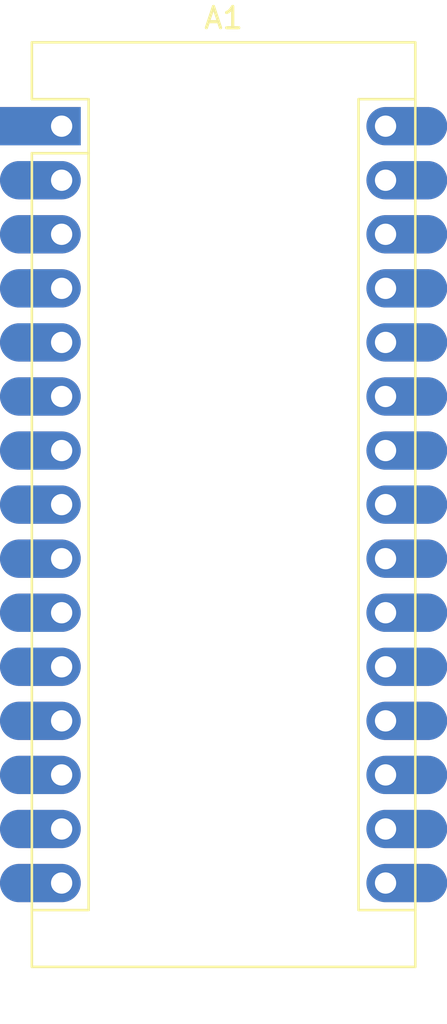
<source format=kicad_pcb>
(kicad_pcb (version 20171130) (host pcbnew "(5.1.9-0-10_14)")

  (general
    (thickness 1.6)
    (drawings 0)
    (tracks 0)
    (zones 0)
    (modules 1)
    (nets 2)
  )

  (page A4)
  (layers
    (0 F.Cu signal)
    (31 B.Cu signal)
    (32 B.Adhes user)
    (33 F.Adhes user)
    (34 B.Paste user)
    (35 F.Paste user)
    (36 B.SilkS user)
    (37 F.SilkS user)
    (38 B.Mask user)
    (39 F.Mask user)
    (40 Dwgs.User user)
    (41 Cmts.User user)
    (42 Eco1.User user)
    (43 Eco2.User user)
    (44 Edge.Cuts user)
    (45 Margin user)
    (46 B.CrtYd user)
    (47 F.CrtYd user)
    (48 B.Fab user)
    (49 F.Fab user)
  )

  (setup
    (last_trace_width 0.25)
    (trace_clearance 0.2)
    (zone_clearance 0.508)
    (zone_45_only no)
    (trace_min 0.2)
    (via_size 0.8)
    (via_drill 0.4)
    (via_min_size 0.4)
    (via_min_drill 0.3)
    (uvia_size 0.3)
    (uvia_drill 0.1)
    (uvias_allowed no)
    (uvia_min_size 0.2)
    (uvia_min_drill 0.1)
    (edge_width 0.05)
    (segment_width 0.2)
    (pcb_text_width 0.3)
    (pcb_text_size 1.5 1.5)
    (mod_edge_width 0.12)
    (mod_text_size 1 1)
    (mod_text_width 0.15)
    (pad_size 1.524 1.524)
    (pad_drill 0.762)
    (pad_to_mask_clearance 0)
    (aux_axis_origin 0 0)
    (visible_elements FFFFFF7F)
    (pcbplotparams
      (layerselection 0x010fc_ffffffff)
      (usegerberextensions false)
      (usegerberattributes true)
      (usegerberadvancedattributes true)
      (creategerberjobfile true)
      (excludeedgelayer true)
      (linewidth 0.100000)
      (plotframeref false)
      (viasonmask false)
      (mode 1)
      (useauxorigin false)
      (hpglpennumber 1)
      (hpglpenspeed 20)
      (hpglpendiameter 15.000000)
      (psnegative false)
      (psa4output false)
      (plotreference true)
      (plotvalue true)
      (plotinvisibletext false)
      (padsonsilk false)
      (subtractmaskfromsilk false)
      (outputformat 1)
      (mirror false)
      (drillshape 1)
      (scaleselection 1)
      (outputdirectory ""))
  )

  (net 0 "")
  (net 1 "Net-(A1-Pad29)")

  (net_class Default "This is the default net class."
    (clearance 0.2)
    (trace_width 0.25)
    (via_dia 0.8)
    (via_drill 0.4)
    (uvia_dia 0.3)
    (uvia_drill 0.1)
    (add_net "Net-(A1-Pad29)")
  )

  (module Module:Arduino_Nano_Castellated (layer F.Cu) (tedit 63E09EB8) (tstamp 63E10263)
    (at 95.5 42.5)
    (descr "Arduino Nano, http://www.mouser.com/pdfdocs/Gravitech_Arduino_Nano3_0.pdf")
    (tags "Arduino Nano")
    (path /63E0926D)
    (fp_text reference A1 (at 7.62 -5.08) (layer F.SilkS)
      (effects (font (size 1 1) (thickness 0.15)))
    )
    (fp_text value Arduino_Nano_Every (at 8.89 19.05 90) (layer F.Fab)
      (effects (font (size 1 1) (thickness 0.15)))
    )
    (fp_line (start 1.27 1.27) (end 1.27 -1.27) (layer F.SilkS) (width 0.12))
    (fp_line (start 1.27 -1.27) (end -1.4 -1.27) (layer F.SilkS) (width 0.12))
    (fp_line (start -1.4 1.27) (end -1.4 39.5) (layer F.SilkS) (width 0.12))
    (fp_line (start -1.4 -3.94) (end -1.4 -1.27) (layer F.SilkS) (width 0.12))
    (fp_line (start 13.97 -1.27) (end 16.64 -1.27) (layer F.SilkS) (width 0.12))
    (fp_line (start 13.97 -1.27) (end 13.97 36.83) (layer F.SilkS) (width 0.12))
    (fp_line (start 13.97 36.83) (end 16.64 36.83) (layer F.SilkS) (width 0.12))
    (fp_line (start 1.27 1.27) (end -1.4 1.27) (layer F.SilkS) (width 0.12))
    (fp_line (start 1.27 1.27) (end 1.27 36.83) (layer F.SilkS) (width 0.12))
    (fp_line (start 1.27 36.83) (end -1.4 36.83) (layer F.SilkS) (width 0.12))
    (fp_line (start 3.81 31.75) (end 11.43 31.75) (layer F.Fab) (width 0.1))
    (fp_line (start 11.43 31.75) (end 11.43 41.91) (layer F.Fab) (width 0.1))
    (fp_line (start 11.43 41.91) (end 3.81 41.91) (layer F.Fab) (width 0.1))
    (fp_line (start 3.81 41.91) (end 3.81 31.75) (layer F.Fab) (width 0.1))
    (fp_line (start -1.4 39.5) (end 16.64 39.5) (layer F.SilkS) (width 0.12))
    (fp_line (start 16.64 39.5) (end 16.64 -3.94) (layer F.SilkS) (width 0.12))
    (fp_line (start 16.64 -3.94) (end -1.4 -3.94) (layer F.SilkS) (width 0.12))
    (fp_line (start 16.51 39.37) (end -1.27 39.37) (layer F.Fab) (width 0.1))
    (fp_line (start -1.27 39.37) (end -1.27 -2.54) (layer F.Fab) (width 0.1))
    (fp_line (start -1.27 -2.54) (end 0 -3.81) (layer F.Fab) (width 0.1))
    (fp_line (start 0 -3.81) (end 16.51 -3.81) (layer F.Fab) (width 0.1))
    (fp_line (start 16.51 -3.81) (end 16.51 39.37) (layer F.Fab) (width 0.1))
    (fp_line (start -1.53 -4.06) (end 16.75 -4.06) (layer F.CrtYd) (width 0.05))
    (fp_line (start -1.53 -4.06) (end -1.53 42.16) (layer F.CrtYd) (width 0.05))
    (fp_line (start 16.75 42.16) (end 16.75 -4.06) (layer F.CrtYd) (width 0.05))
    (fp_line (start 16.75 42.16) (end -1.53 42.16) (layer F.CrtYd) (width 0.05))
    (fp_text user %R (at 6.35 19.05 90) (layer F.Fab)
      (effects (font (size 1 1) (thickness 0.15)))
    )
    (pad 1 thru_hole rect (at 0 0) (size 3.8 1.8) (drill 1 (offset -1 0)) (layers *.Cu *.Mask))
    (pad 17 thru_hole oval (at 15.24 33.02) (size 3.8 1.8) (drill 1 (offset 1 0)) (layers *.Cu *.Mask))
    (pad 2 thru_hole oval (at 0 2.54) (size 3.8 1.8) (drill 1 (offset -1 0)) (layers *.Cu *.Mask))
    (pad 18 thru_hole oval (at 15.24 30.48) (size 3.8 1.8) (drill 1 (offset 1 0)) (layers *.Cu *.Mask))
    (pad 3 thru_hole oval (at 0 5.08) (size 3.8 1.8) (drill 1 (offset -1 0)) (layers *.Cu *.Mask))
    (pad 19 thru_hole oval (at 15.24 27.94) (size 3.8 1.8) (drill 1 (offset 1 0)) (layers *.Cu *.Mask))
    (pad 4 thru_hole oval (at 0 7.62) (size 3.8 1.8) (drill 1 (offset -1 0)) (layers *.Cu *.Mask)
      (net 1 "Net-(A1-Pad29)"))
    (pad 20 thru_hole oval (at 15.24 25.4) (size 3.8 1.8) (drill 1 (offset 1 0)) (layers *.Cu *.Mask))
    (pad 5 thru_hole oval (at 0 10.16) (size 3.8 1.8) (drill 1 (offset -1 0)) (layers *.Cu *.Mask))
    (pad 21 thru_hole oval (at 15.24 22.86) (size 3.8 1.8) (drill 1 (offset 1 0)) (layers *.Cu *.Mask))
    (pad 6 thru_hole oval (at 0 12.7) (size 3.8 1.8) (drill 1 (offset -1 0)) (layers *.Cu *.Mask))
    (pad 22 thru_hole oval (at 15.24 20.32) (size 3.8 1.8) (drill 1 (offset 1 0)) (layers *.Cu *.Mask))
    (pad 7 thru_hole oval (at 0 15.24) (size 3.8 1.8) (drill 1 (offset -1 0)) (layers *.Cu *.Mask))
    (pad 23 thru_hole oval (at 15.24 17.78) (size 3.8 1.8) (drill 1 (offset 1 0)) (layers *.Cu *.Mask))
    (pad 8 thru_hole oval (at 0 17.78) (size 3.8 1.8) (drill 1 (offset -1 0)) (layers *.Cu *.Mask))
    (pad 24 thru_hole oval (at 15.24 15.24) (size 3.8 1.8) (drill 1 (offset 1 0)) (layers *.Cu *.Mask))
    (pad 9 thru_hole oval (at 0 20.32) (size 3.8 1.8) (drill 1 (offset -1 0)) (layers *.Cu *.Mask))
    (pad 25 thru_hole oval (at 15.24 12.7) (size 3.8 1.8) (drill 1 (offset 1 0)) (layers *.Cu *.Mask))
    (pad 10 thru_hole oval (at 0 22.86) (size 3.8 1.8) (drill 1 (offset -1 0)) (layers *.Cu *.Mask))
    (pad 26 thru_hole oval (at 15.24 10.16) (size 3.8 1.8) (drill 1 (offset 1 0)) (layers *.Cu *.Mask))
    (pad 11 thru_hole oval (at 0 25.4) (size 3.8 1.8) (drill 1 (offset -1 0)) (layers *.Cu *.Mask))
    (pad 27 thru_hole oval (at 15.24 7.62) (size 3.8 1.8) (drill 1 (offset 1 0)) (layers *.Cu *.Mask))
    (pad 12 thru_hole oval (at 0 27.94) (size 3.8 1.8) (drill 1 (offset -1 0)) (layers *.Cu *.Mask))
    (pad 28 thru_hole oval (at 15.24 5.08) (size 3.8 1.8) (drill 1 (offset 1 0)) (layers *.Cu *.Mask))
    (pad 13 thru_hole oval (at 0 30.48) (size 3.8 1.8) (drill 1 (offset -1 0)) (layers *.Cu *.Mask))
    (pad 29 thru_hole oval (at 15.24 2.54) (size 3.8 1.8) (drill 1 (offset 1 0)) (layers *.Cu *.Mask)
      (net 1 "Net-(A1-Pad29)"))
    (pad 14 thru_hole oval (at 0 33.02) (size 3.8 1.8) (drill 1 (offset -1 0)) (layers *.Cu *.Mask))
    (pad 30 thru_hole oval (at 15.24 0) (size 3.8 1.8) (drill 1 (offset 1 0)) (layers *.Cu *.Mask))
    (pad 15 thru_hole oval (at 0 35.56) (size 3.8 1.8) (drill 1 (offset -1 0)) (layers *.Cu *.Mask))
    (pad 16 thru_hole oval (at 15.24 35.56) (size 3.8 1.8) (drill 1 (offset 1 0)) (layers *.Cu *.Mask))
    (model ${KISYS3DMOD}/Module.3dshapes/Arduino_Nano_WithMountingHoles.wrl
      (at (xyz 0 0 0))
      (scale (xyz 1 1 1))
      (rotate (xyz 0 0 0))
    )
  )

)

</source>
